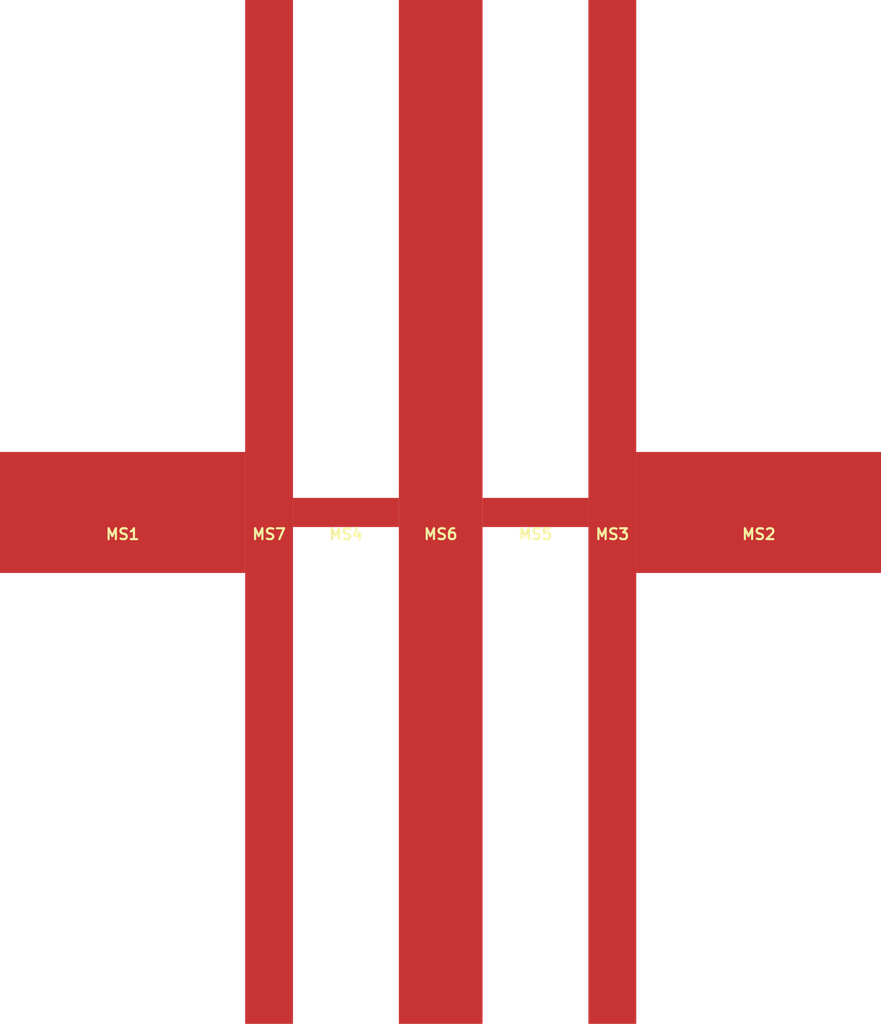
<source format=kicad_pcb>
(kicad_pcb (version 4) (host pcbnew 4.0.4+dfsg1-stable)

  (general
    (links 0)
    (no_connects 0)
    (area 66.9764 43.35185 87.68054 67.34815)
    (thickness 1.6)
    (drawings 0)
    (tracks 0)
    (zones 0)
    (modules 7)
    (nets 1)
  )

  (page A4)
  (layers
    (0 F.Cu signal)
    (31 B.Cu signal)
    (32 B.Adhes user)
    (33 F.Adhes user)
    (34 B.Paste user)
    (35 F.Paste user)
    (36 B.SilkS user)
    (37 F.SilkS user)
    (38 B.Mask user)
    (39 F.Mask user)
    (40 Dwgs.User user)
    (41 Cmts.User user)
    (42 Eco1.User user)
    (43 Eco2.User user)
    (44 Edge.Cuts user)
    (45 Margin user)
    (46 B.CrtYd user)
    (47 F.CrtYd user)
    (48 B.Fab user)
    (49 F.Fab user)
  )

  (setup
    (last_trace_width 0.25)
    (trace_clearance 0.2)
    (zone_clearance 0.508)
    (zone_45_only no)
    (trace_min 0.2)
    (segment_width 0.2)
    (edge_width 0.15)
    (via_size 0.6)
    (via_drill 0.4)
    (via_min_size 0.4)
    (via_min_drill 0.3)
    (uvia_size 0.3)
    (uvia_drill 0.1)
    (uvias_allowed no)
    (uvia_min_size 0.2)
    (uvia_min_drill 0.1)
    (pcb_text_width 0.3)
    (pcb_text_size 1.5 1.5)
    (mod_edge_width 0.15)
    (mod_text_size 1 1)
    (mod_text_width 0.15)
    (pad_size 1 3)
    (pad_drill 0)
    (pad_to_mask_clearance 0.2)
    (aux_axis_origin 0 0)
    (visible_elements FFFFFF7F)
    (pcbplotparams
      (layerselection 0x00030_80000001)
      (usegerberextensions false)
      (excludeedgelayer true)
      (linewidth 0.150000)
      (plotframeref false)
      (viasonmask false)
      (mode 1)
      (useauxorigin false)
      (hpglpennumber 1)
      (hpglpenspeed 20)
      (hpglpendiameter 15)
      (hpglpenoverlay 2)
      (psnegative false)
      (psa4output false)
      (plotreference true)
      (plotvalue true)
      (plotinvisibletext false)
      (padsonsilk false)
      (subtractmaskfromsilk false)
      (outputformat 1)
      (mirror false)
      (drillshape 1)
      (scaleselection 1)
      (outputdirectory ""))
  )

  (net 0 "")

  (net_class Default "This is the default net class."
    (clearance 0.2)
    (trace_width 0.25)
    (via_dia 0.6)
    (via_drill 0.4)
    (uvia_dia 0.3)
    (uvia_drill 0.1)
  )

  (module MLIN (layer F.Cu) (tedit 0) (tstamp 0)
    (at 70 55.35)
    (fp_text reference MS1 (at 0 0.5) (layer F.SilkS)
      (effects (font (size 0.25 0.25) (thickness 0.05)))
    )
    (fp_text value micostrip_line (at 0 -0.5) (layer F.Fab)
      (effects (font (size 0.25 0.25) (thickness 0.05)))
    )
    (pad "" smd rect (at 0 0) (size 5.6472 2.78601) (layers F.Cu))
  )

  (module MLIN (layer F.Cu) (tedit 0) (tstamp 0)
    (at 73.37475 55.35)
    (fp_text reference MS7 (at 0 0.5) (layer F.SilkS)
      (effects (font (size 0.25 0.25) (thickness 0.05)))
    )
    (fp_text value micostrip_line (at 0 -0.5) (layer F.Fab)
      (effects (font (size 0.25 0.25) (thickness 0.05)))
    )
    (pad "" smd rect (at 0 0) (size 1.102326 23.5963) (layers F.Cu))
  )

  (module MLIN (layer F.Cu) (tedit 0) (tstamp 0)
    (at 75.14543 55.35)
    (fp_text reference MS4 (at 0 0.5) (layer F.SilkS)
      (effects (font (size 0.25 0.25) (thickness 0.05)))
    )
    (fp_text value micostrip_line (at 0 -0.5) (layer F.Fab)
      (effects (font (size 0.25 0.25) (thickness 0.05)))
    )
    (pad "" smd rect (at 0 0) (size 2.439046 0.670928) (layers F.Cu))
  )

  (module MLIN (layer F.Cu) (tedit 0) (tstamp 0)
    (at 77.32847 55.35)
    (fp_text reference MS6 (at 0 0.5) (layer F.SilkS)
      (effects (font (size 0.25 0.25) (thickness 0.05)))
    )
    (fp_text value micostrip_line (at 0 -0.5) (layer F.Fab)
      (effects (font (size 0.25 0.25) (thickness 0.05)))
    )
    (pad "" smd rect (at 0 0) (size 1.927047 23.5963) (layers F.Cu))
  )

  (module MLIN (layer F.Cu) (tedit 0) (tstamp 0)
    (at 79.51151 55.35)
    (fp_text reference MS5 (at 0 0.5) (layer F.SilkS)
      (effects (font (size 0.25 0.25) (thickness 0.05)))
    )
    (fp_text value micostrip_line (at 0 -0.5) (layer F.Fab)
      (effects (font (size 0.25 0.25) (thickness 0.05)))
    )
    (pad "" smd rect (at 0 0) (size 2.439046 0.670928) (layers F.Cu))
  )

  (module MLIN (layer F.Cu) (tedit 0) (tstamp 0)
    (at 81.28219 55.35)
    (fp_text reference MS3 (at 0 0.5) (layer F.SilkS)
      (effects (font (size 0.25 0.25) (thickness 0.05)))
    )
    (fp_text value micostrip_line (at 0 -0.5) (layer F.Fab)
      (effects (font (size 0.25 0.25) (thickness 0.05)))
    )
    (pad "" smd rect (at 0 0) (size 1.102326 23.5963) (layers F.Cu))
  )

  (module MLIN (layer F.Cu) (tedit 0) (tstamp 0)
    (at 84.65694 55.35)
    (fp_text reference MS2 (at 0 0.5) (layer F.SilkS)
      (effects (font (size 0.25 0.25) (thickness 0.05)))
    )
    (fp_text value micostrip_line (at 0 -0.5) (layer F.Fab)
      (effects (font (size 0.25 0.25) (thickness 0.05)))
    )
    (pad "" smd rect (at 0 0) (size 5.6472 2.78601) (layers F.Cu))
  )

)

</source>
